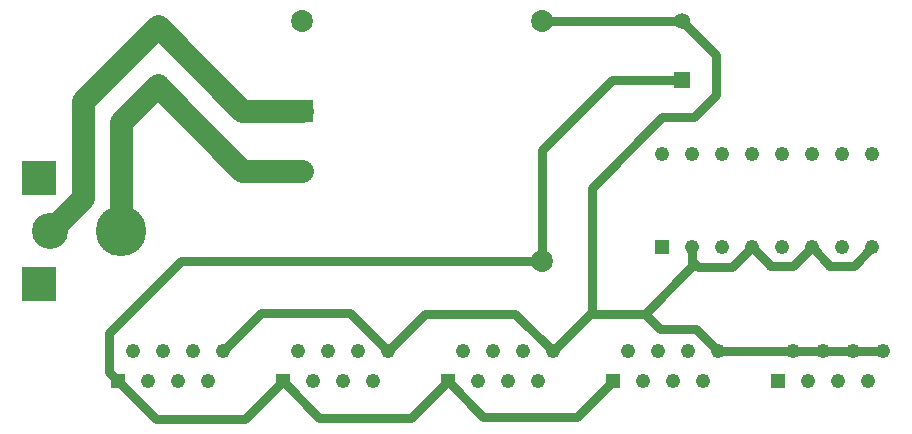
<source format=gbr>
G04 Generated by Ultiboard 14.1 *
%FSLAX24Y24*%
%MOIN*%

%ADD10C,0.0001*%
%ADD11C,0.0750*%
%ADD12C,0.0300*%
%ADD13R,0.0490X0.0490*%
%ADD14C,0.0490*%
%ADD15R,0.0731X0.0731*%
%ADD16C,0.0731*%
%ADD17R,0.0534X0.0534*%
%ADD18C,0.0534*%
%ADD19R,0.1124X0.1124*%
%ADD20C,0.1206*%
%ADD21C,0.1681*%


G04 ColorRGB 0000FF for the following layer *
%LNCopper Bottom*%
%LPD*%
G54D10*
G54D11*
X4900Y10000D02*
X4900Y13650D01*
X6110Y14860D01*
X6110Y14820D02*
X8920Y12010D01*
X6110Y14820D02*
X6110Y14860D01*
X8920Y12010D02*
X10920Y12010D01*
X3620Y14339D02*
X6110Y16829D01*
X10920Y14010D02*
X8929Y14010D01*
X6110Y16829D01*
X2538Y10008D02*
X3620Y11090D01*
X3620Y14339D01*
G54D12*
X18930Y17000D02*
X23589Y17000D01*
X23580Y15040D02*
X23570Y15050D01*
X21265Y15050D01*
X18920Y12705D01*
X18920Y9010D02*
X18920Y12705D01*
X10280Y4990D02*
X9020Y3730D01*
X10280Y4990D02*
X11490Y3780D01*
X14570Y3780D02*
X11490Y3780D01*
X15780Y4990D02*
X14570Y3780D01*
X15780Y4990D02*
X16970Y3800D01*
X20090Y3800D02*
X16970Y3800D01*
X21280Y4990D02*
X20090Y3800D01*
X18920Y17010D02*
X18930Y17000D01*
X6900Y9010D02*
X18920Y9010D01*
X9020Y3730D02*
X6050Y3730D01*
X4480Y5300D02*
X4480Y6590D01*
X6900Y9010D01*
X4480Y5300D02*
X6050Y3730D01*
X24710Y15879D02*
X24710Y14520D01*
X23580Y17009D02*
X24710Y15879D01*
X23995Y13805D02*
X22935Y13805D01*
X23995Y13805D02*
X24710Y14520D01*
X9550Y7260D02*
X12510Y7260D01*
X8280Y5990D02*
X9550Y7260D01*
X13780Y5990D02*
X12510Y7260D01*
X18020Y7250D02*
X15040Y7250D01*
X13780Y5990D02*
X15040Y7250D01*
X19280Y5990D02*
X18020Y7250D01*
X19280Y5990D02*
X20540Y7250D01*
X27280Y5990D02*
X27290Y6000D01*
X28270Y6000D02*
X27290Y6000D01*
X28280Y5990D02*
X28270Y6000D01*
X29280Y5990D02*
X29270Y6000D01*
X28290Y6000D02*
X29270Y6000D01*
X28280Y5990D02*
X28290Y6000D01*
X30280Y5990D02*
X30270Y6000D01*
X29290Y6000D02*
X30270Y6000D01*
X29280Y5990D02*
X29290Y6000D01*
X20540Y7250D02*
X22342Y7250D01*
X24780Y6000D02*
X27270Y6000D01*
X20580Y11450D02*
X20580Y7240D01*
X22935Y13805D02*
X20580Y11450D01*
X23920Y8828D02*
X23920Y9460D01*
X22342Y7250D02*
X23920Y8828D01*
X24780Y5990D02*
X24050Y6720D01*
X22872Y6720D02*
X24050Y6720D01*
X22342Y7250D02*
X22872Y6720D01*
X26535Y8830D02*
X26520Y8845D01*
X27920Y9460D02*
X27290Y8830D01*
X26535Y8830D01*
X26520Y8860D02*
X26520Y8845D01*
X25920Y9460D02*
X26520Y8860D01*
X28500Y8880D02*
X28500Y8855D01*
X27920Y9460D02*
X28500Y8880D01*
X25920Y9460D02*
X25250Y8790D01*
X23920Y9010D02*
X24140Y8790D01*
X25250Y8790D02*
X24140Y8790D01*
X29310Y8850D02*
X28505Y8850D01*
X29920Y9460D02*
X29310Y8850D01*
G54D13*
X22920Y9460D03*
X4780Y4990D03*
X10280Y4990D03*
X15780Y4990D03*
X21280Y4990D03*
X26780Y4990D03*
G54D14*
X23920Y9460D03*
X24920Y9460D03*
X25920Y9460D03*
X26920Y9460D03*
X27920Y9460D03*
X28920Y9460D03*
X29920Y9460D03*
X22920Y12558D03*
X23920Y12558D03*
X24920Y12558D03*
X25920Y12558D03*
X26920Y12558D03*
X27920Y12558D03*
X28920Y12558D03*
X29920Y12558D03*
X5780Y4990D03*
X6780Y4990D03*
X7780Y4990D03*
X5280Y5990D03*
X6280Y5990D03*
X7280Y5990D03*
X8280Y5990D03*
X11280Y4990D03*
X12280Y4990D03*
X13280Y4990D03*
X10780Y5990D03*
X11780Y5990D03*
X12780Y5990D03*
X13780Y5990D03*
X16780Y4990D03*
X17780Y4990D03*
X18780Y4990D03*
X16280Y5990D03*
X17280Y5990D03*
X18280Y5990D03*
X19280Y5990D03*
X22280Y4990D03*
X23280Y4990D03*
X24280Y4990D03*
X21780Y5990D03*
X22780Y5990D03*
X23780Y5990D03*
X24780Y5990D03*
X27780Y4990D03*
X28780Y4990D03*
X29780Y4990D03*
X27280Y5990D03*
X28280Y5990D03*
X29280Y5990D03*
X30280Y5990D03*
G54D15*
X10920Y14010D03*
G54D16*
X10920Y12010D03*
X18920Y9010D03*
X18920Y17010D03*
X10920Y17010D03*
G54D17*
X6110Y14860D03*
X23580Y15040D03*
G54D18*
X6110Y16829D03*
X23580Y17009D03*
G54D19*
X2144Y8228D03*
X2144Y11772D03*
G54D20*
X2538Y10000D03*
G54D21*
X4900Y10000D03*

M02*

</source>
